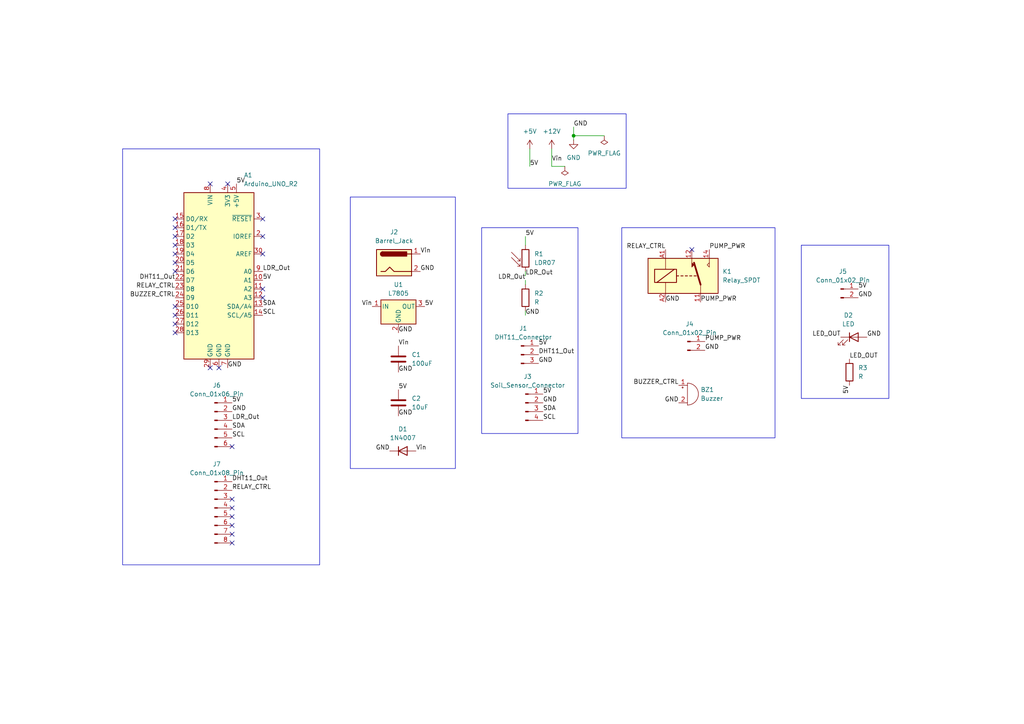
<source format=kicad_sch>
(kicad_sch (version 20250114) (generator "eeschema") (generator_version "9.0")
  (paper "A4")
  (title_block (title "Plant Monitoring System"))
  (lib_symbols
    (symbol "Connector:Barrel_Jack" (pin_names (offset 1.016))
      (property "Reference" "J" (at 0 5.334 0))
      (property "Value" "Barrel_Jack" (at 0 -5.08 0))
      (symbol "Barrel_Jack_0_1"
        (rectangle (start -5.08 3.81) (end 5.08 -3.81) (stroke (width 0.254)) (fill (type background)))
        (polyline (pts (xy -3.81 -2.54) (xy -2.54 -2.54) (xy -1.27 -1.27) (xy 0 -2.54) (xy 2.54 -2.54) (xy 5.08 -2.54)) (stroke (width 0.254)))
        (arc (start -3.302 1.905) (mid -3.9343 2.54) (end -3.302 3.175) (stroke (width 0.254)))
        (arc (start -3.302 1.905) (mid -3.9343 2.54) (end -3.302 3.175) (stroke (width 0.254)) (fill (type outline)))
        (rectangle (start 3.683 3.175) (end -3.302 1.905) (stroke (width 0.254)) (fill (type outline)))
        (polyline (pts (xy 5.08 2.54) (xy 3.81 2.54)) (stroke (width 0.254)))
      )
      (symbol "Barrel_Jack_1_1"
        (pin passive line (at 7.62 2.54 180) (length 2.54) (name "~") (number "1"))
        (pin passive line (at 7.62 -2.54 180) (length 2.54) (name "~") (number "2"))
      )
    )
    (symbol "Connector:Conn_01x02_Pin" (pin_names (offset 1.016) (hide yes))
      (property "Reference" "J" (at 0 2.54 0))
      (property "Value" "Conn_01x02_Pin" (at 0 -5.08 0))
      (symbol "Conn_01x02_Pin_1_1"
        (rectangle (start 0.8636 0.127) (end 0 -0.127) (stroke (width 0.1524)) (fill (type outline)))
        (rectangle (start 0.8636 -2.413) (end 0 -2.667) (stroke (width 0.1524)) (fill (type outline)))
        (polyline (pts (xy 1.27 0) (xy 0.8636 0)) (stroke (width 0.1524)))
        (polyline (pts (xy 1.27 -2.54) (xy 0.8636 -2.54)) (stroke (width 0.1524)))
        (pin passive line (at 5.08 0 180) (length 3.81) (name "Pin_1") (number "1"))
        (pin passive line (at 5.08 -2.54 180) (length 3.81) (name "Pin_2") (number "2"))
      )
    )
    (symbol "Connector:Conn_01x03_Pin" (pin_names (offset 1.016) (hide yes))
      (property "Reference" "J" (at 0 5.08 0))
      (property "Value" "Conn_01x03_Pin" (at 0 -5.08 0))
      (symbol "Conn_01x03_Pin_1_1"
        (rectangle (start 0.8636 2.667) (end 0 2.413) (stroke (width 0.1524)) (fill (type outline)))
        (rectangle (start 0.8636 0.127) (end 0 -0.127) (stroke (width 0.1524)) (fill (type outline)))
        (rectangle (start 0.8636 -2.413) (end 0 -2.667) (stroke (width 0.1524)) (fill (type outline)))
        (polyline (pts (xy 1.27 2.54) (xy 0.8636 2.54)) (stroke (width 0.1524)))
        (polyline (pts (xy 1.27 0) (xy 0.8636 0)) (stroke (width 0.1524)))
        (polyline (pts (xy 1.27 -2.54) (xy 0.8636 -2.54)) (stroke (width 0.1524)))
        (pin passive line (at 5.08 2.54 180) (length 3.81) (name "Pin_1") (number "1"))
        (pin passive line (at 5.08 0 180) (length 3.81) (name "Pin_2") (number "2"))
        (pin passive line (at 5.08 -2.54 180) (length 3.81) (name "Pin_3") (number "3"))
      )
    )
    (symbol "Connector:Conn_01x04_Pin" (pin_names (offset 1.016) (hide yes))
      (property "Reference" "J" (at 0 5.08 0))
      (property "Value" "Conn_01x04_Pin" (at 0 -7.62 0))
      (symbol "Conn_01x04_Pin_1_1"
        (rectangle (start 0.8636 2.667) (end 0 2.413) (stroke (width 0.1524)) (fill (type outline)))
        (rectangle (start 0.8636 0.127) (end 0 -0.127) (stroke (width 0.1524)) (fill (type outline)))
        (rectangle (start 0.8636 -2.413) (end 0 -2.667) (stroke (width 0.1524)) (fill (type outline)))
        (rectangle (start 0.8636 -4.953) (end 0 -5.207) (stroke (width 0.1524)) (fill (type outline)))
        (polyline (pts (xy 1.27 2.54) (xy 0.8636 2.54)) (stroke (width 0.1524)))
        (polyline (pts (xy 1.27 0) (xy 0.8636 0)) (stroke (width 0.1524)))
        (polyline (pts (xy 1.27 -2.54) (xy 0.8636 -2.54)) (stroke (width 0.1524)))
        (polyline (pts (xy 1.27 -5.08) (xy 0.8636 -5.08)) (stroke (width 0.1524)))
        (pin passive line (at 5.08 2.54 180) (length 3.81) (name "Pin_1") (number "1"))
        (pin passive line (at 5.08 0 180) (length 3.81) (name "Pin_2") (number "2"))
        (pin passive line (at 5.08 -2.54 180) (length 3.81) (name "Pin_3") (number "3"))
        (pin passive line (at 5.08 -5.08 180) (length 3.81) (name "Pin_4") (number "4"))
      )
    )
    (symbol "Connector:Conn_01x06_Pin" (pin_names (offset 1.016) (hide yes))
      (property "Reference" "J" (at 0 7.62 0))
      (property "Value" "Conn_01x06_Pin" (at 0 -10.16 0))
      (symbol "Conn_01x06_Pin_1_1"
        (rectangle (start 0.8636 5.207) (end 0 4.953) (stroke (width 0.1524)) (fill (type outline)))
        (rectangle (start 0.8636 2.667) (end 0 2.413) (stroke (width 0.1524)) (fill (type outline)))
        (rectangle (start 0.8636 0.127) (end 0 -0.127) (stroke (width 0.1524)) (fill (type outline)))
        (rectangle (start 0.8636 -2.413) (end 0 -2.667) (stroke (width 0.1524)) (fill (type outline)))
        (rectangle (start 0.8636 -4.953) (end 0 -5.207) (stroke (width 0.1524)) (fill (type outline)))
        (rectangle (start 0.8636 -7.493) (end 0 -7.747) (stroke (width 0.1524)) (fill (type outline)))
        (polyline (pts (xy 1.27 5.08) (xy 0.8636 5.08)) (stroke (width 0.1524)))
        (polyline (pts (xy 1.27 2.54) (xy 0.8636 2.54)) (stroke (width 0.1524)))
        (polyline (pts (xy 1.27 0) (xy 0.8636 0)) (stroke (width 0.1524)))
        (polyline (pts (xy 1.27 -2.54) (xy 0.8636 -2.54)) (stroke (width 0.1524)))
        (polyline (pts (xy 1.27 -5.08) (xy 0.8636 -5.08)) (stroke (width 0.1524)))
        (polyline (pts (xy 1.27 -7.62) (xy 0.8636 -7.62)) (stroke (width 0.1524)))
        (pin passive line (at 5.08 5.08 180) (length 3.81) (name "Pin_1") (number "1"))
        (pin passive line (at 5.08 2.54 180) (length 3.81) (name "Pin_2") (number "2"))
        (pin passive line (at 5.08 0 180) (length 3.81) (name "Pin_3") (number "3"))
        (pin passive line (at 5.08 -2.54 180) (length 3.81) (name "Pin_4") (number "4"))
        (pin passive line (at 5.08 -5.08 180) (length 3.81) (name "Pin_5") (number "5"))
        (pin passive line (at 5.08 -7.62 180) (length 3.81) (name "Pin_6") (number "6"))
      )
    )
    (symbol "Connector:Conn_01x08_Pin" (pin_names (offset 1.016) (hide yes))
      (property "Reference" "J" (at 0 10.16 0))
      (property "Value" "Conn_01x08_Pin" (at 0 -12.7 0))
      (symbol "Conn_01x08_Pin_1_1"
        (rectangle (start 0.8636 7.747) (end 0 7.493) (stroke (width 0.1524)) (fill (type outline)))
        (rectangle (start 0.8636 5.207) (end 0 4.953) (stroke (width 0.1524)) (fill (type outline)))
        (rectangle (start 0.8636 2.667) (end 0 2.413) (stroke (width 0.1524)) (fill (type outline)))
        (rectangle (start 0.8636 0.127) (end 0 -0.127) (stroke (width 0.1524)) (fill (type outline)))
        (rectangle (start 0.8636 -2.413) (end 0 -2.667) (stroke (width 0.1524)) (fill (type outline)))
        (rectangle (start 0.8636 -4.953) (end 0 -5.207) (stroke (width 0.1524)) (fill (type outline)))
        (rectangle (start 0.8636 -7.493) (end 0 -7.747) (stroke (width 0.1524)) (fill (type outline)))
        (rectangle (start 0.8636 -10.033) (end 0 -10.287) (stroke (width 0.1524)) (fill (type outline)))
        (polyline (pts (xy 1.27 7.62) (xy 0.8636 7.62)) (stroke (width 0.1524)))
        (polyline (pts (xy 1.27 5.08) (xy 0.8636 5.08)) (stroke (width 0.1524)))
        (polyline (pts (xy 1.27 2.54) (xy 0.8636 2.54)) (stroke (width 0.1524)))
        (polyline (pts (xy 1.27 0) (xy 0.8636 0)) (stroke (width 0.1524)))
        (polyline (pts (xy 1.27 -2.54) (xy 0.8636 -2.54)) (stroke (width 0.1524)))
        (polyline (pts (xy 1.27 -5.08) (xy 0.8636 -5.08)) (stroke (width 0.1524)))
        (polyline (pts (xy 1.27 -7.62) (xy 0.8636 -7.62)) (stroke (width 0.1524)))
        (polyline (pts (xy 1.27 -10.16) (xy 0.8636 -10.16)) (stroke (width 0.1524)))
        (pin passive line (at 5.08 7.62 180) (length 3.81) (name "Pin_1") (number "1"))
        (pin passive line (at 5.08 5.08 180) (length 3.81) (name "Pin_2") (number "2"))
        (pin passive line (at 5.08 2.54 180) (length 3.81) (name "Pin_3") (number "3"))
        (pin passive line (at 5.08 0 180) (length 3.81) (name "Pin_4") (number "4"))
        (pin passive line (at 5.08 -2.54 180) (length 3.81) (name "Pin_5") (number "5"))
        (pin passive line (at 5.08 -5.08 180) (length 3.81) (name "Pin_6") (number "6"))
        (pin passive line (at 5.08 -7.62 180) (length 3.81) (name "Pin_7") (number "7"))
        (pin passive line (at 5.08 -10.16 180) (length 3.81) (name "Pin_8") (number "8"))
      )
    )
    (symbol "Device:Buzzer" (pin_names (offset 0.0254) (hide yes))
      (property "Reference" "BZ" (at 3.81 1.27 0))
      (property "Value" "Buzzer" (at 3.81 -1.27 0))
      (symbol "Buzzer_0_1"
        (polyline (pts (xy -1.651 1.905) (xy -1.143 1.905)))
        (polyline (pts (xy -1.397 2.159) (xy -1.397 1.651)))
        (arc (start 0 3.175) (mid 3.1612 0) (end 0 -3.175))
        (polyline (pts (xy 0 3.175) (xy 0 -3.175)))
      )
      (symbol "Buzzer_1_1"
        (pin passive line (at -2.54 2.54 0) (length 2.54) (name "+") (number "1"))
        (pin passive line (at -2.54 -2.54 0) (length 2.54) (name "-") (number "2"))
      )
    )
    (symbol "Device:C" (pin_numbers (hide yes)) (pin_names (offset 0.254))
      (property "Reference" "C" (at 0.635 2.54 0))
      (property "Value" "C" (at 0.635 -2.54 0))
      (symbol "C_0_1"
        (polyline (pts (xy -2.032 0.762) (xy 2.032 0.762)) (stroke (width 0.508)))
        (polyline (pts (xy -2.032 -0.762) (xy 2.032 -0.762)) (stroke (width 0.508)))
      )
      (symbol "C_1_1"
        (pin passive line (at 0 3.81 270) (length 2.794) (name "~") (number "1"))
        (pin passive line (at 0 -3.81 90) (length 2.794) (name "~") (number "2"))
      )
    )
    (symbol "Device:LED" (pin_numbers (hide yes)) (pin_names (offset 1.016) (hide yes))
      (property "Reference" "D" (at 0 2.54 0))
      (property "Value" "LED" (at 0 -2.54 0))
      (symbol "LED_0_1"
        (polyline (pts (xy -3.048 -0.762) (xy -4.572 -2.286) (xy -3.81 -2.286) (xy -4.572 -2.286) (xy -4.572 -1.524)))
        (polyline (pts (xy -1.778 -0.762) (xy -3.302 -2.286) (xy -2.54 -2.286) (xy -3.302 -2.286) (xy -3.302 -1.524)))
        (polyline (pts (xy -1.27 0) (xy 1.27 0)))
        (polyline (pts (xy -1.27 -1.27) (xy -1.27 1.27)) (stroke (width 0.254)))
        (polyline (pts (xy 1.27 -1.27) (xy 1.27 1.27) (xy -1.27 0) (xy 1.27 -1.27)) (stroke (width 0.254)))
      )
      (symbol "LED_1_1"
        (pin passive line (at -3.81 0 0) (length 2.54) (name "K") (number "1"))
        (pin passive line (at 3.81 0 180) (length 2.54) (name "A") (number "2"))
      )
    )
    (symbol "Device:R" (pin_numbers (hide yes)) (pin_names (offset 0))
      (property "Reference" "R" (at 2.032 0 90))
      (property "Value" "R" (at 0 0 90))
      (symbol "R_0_1"
        (rectangle (start -1.016 -2.54) (end 1.016 2.54) (stroke (width 0.254)))
      )
      (symbol "R_1_1"
        (pin passive line (at 0 3.81 270) (length 1.27) (name "~") (number "1"))
        (pin passive line (at 0 -3.81 90) (length 1.27) (name "~") (number "2"))
      )
    )
    (symbol "Diode:1N4007" (pin_numbers (hide yes)) (pin_names (hide yes))
      (property "Reference" "D" (at 0 2.54 0))
      (property "Value" "1N4007" (at 0 -2.54 0))
      (symbol "1N4007_0_1"
        (polyline (pts (xy -1.27 1.27) (xy -1.27 -1.27)) (stroke (width 0.254)))
        (polyline (pts (xy 1.27 1.27) (xy 1.27 -1.27) (xy -1.27 0) (xy 1.27 1.27)) (stroke (width 0.254)))
        (polyline (pts (xy 1.27 0) (xy -1.27 0)))
      )
      (symbol "1N4007_1_1"
        (pin passive line (at -3.81 0 0) (length 2.54) (name "K") (number "1"))
        (pin passive line (at 3.81 0 180) (length 2.54) (name "A") (number "2"))
      )
    )
    (symbol "MCU_Module:Arduino_UNO_R2"
      (property "Reference" "A1" (at 7.2233 27.94 0))
      (property "Value" "Arduino_UNO_R2" (at 7.2233 25.4 0))
      (symbol "Arduino_UNO_R2_0_1"
        (rectangle (start -10.16 22.86) (end 10.16 -25.4) (stroke (width 0.254)) (fill (type background)))
      )
      (symbol "Arduino_UNO_R2_1_1"
        (pin bidirectional line (at -12.7 15.24 0) (length 2.54) (name "D0/RX") (number "15"))
        (pin bidirectional line (at -12.7 12.7 0) (length 2.54) (name "D1/TX") (number "16"))
        (pin bidirectional line (at -12.7 10.16 0) (length 2.54) (name "D2") (number "17"))
        (pin bidirectional line (at -12.7 7.62 0) (length 2.54) (name "D3") (number "18"))
        (pin bidirectional line (at -12.7 5.08 0) (length 2.54) (name "D4") (number "19"))
        (pin bidirectional line (at -12.7 2.54 0) (length 2.54) (name "D5") (number "20"))
        (pin bidirectional line (at -12.7 0 0) (length 2.54) (name "D6") (number "21"))
        (pin bidirectional line (at -12.7 -2.54 0) (length 2.54) (name "D7") (number "22"))
        (pin bidirectional line (at -12.7 -5.08 0) (length 2.54) (name "D8") (number "23"))
        (pin bidirectional line (at -12.7 -7.62 0) (length 2.54) (name "D9") (number "24"))
        (pin bidirectional line (at -12.7 -10.16 0) (length 2.54) (name "D10") (number "25"))
        (pin bidirectional line (at -12.7 -12.7 0) (length 2.54) (name "D11") (number "26"))
        (pin bidirectional line (at -12.7 -15.24 0) (length 2.54) (name "D12") (number "27"))
        (pin bidirectional line (at -12.7 -17.78 0) (length 2.54) (name "D13") (number "28"))
        (pin no_connect line (at -10.16 -20.32 0) (length 2.54) (hide yes) (name "NC") (number "1"))
        (pin power_in line (at -2.54 25.4 270) (length 2.54) (name "VIN") (number "8"))
        (pin power_in line (at -2.54 -27.94 90) (length 2.54) (name "GND") (number "29"))
        (pin power_in line (at 0 -27.94 90) (length 2.54) (name "GND") (number "6"))
        (pin power_out line (at 2.54 25.4 270) (length 2.54) (name "3V3") (number "4"))
        (pin power_in line (at 2.54 -27.94 90) (length 2.54) (name "GND") (number "7"))
        (pin power_in line (at 5.08 25.4 270) (length 2.54) (name "+5V") (number "5"))
        (pin input line (at 12.7 15.24 180) (length 2.54) (name "~{RESET}") (number "3"))
        (pin output line (at 12.7 10.16 180) (length 2.54) (name "IOREF") (number "2"))
        (pin input line (at 12.7 5.08 180) (length 2.54) (name "AREF") (number "30"))
        (pin bidirectional line (at 12.7 0 180) (length 2.54) (name "A0") (number "9"))
        (pin bidirectional line (at 12.7 -2.54 180) (length 2.54) (name "A1") (number "10"))
        (pin bidirectional line (at 12.7 -5.08 180) (length 2.54) (name "A2") (number "11"))
        (pin bidirectional line (at 12.7 -7.62 180) (length 2.54) (name "A3") (number "12"))
        (pin bidirectional line (at 12.7 -10.16 180) (length 2.54) (name "SDA/A4") (number "13"))
        (pin bidirectional line (at 12.7 -12.7 180) (length 2.54) (name "SCL/A5") (number "14"))
      )
    )
    (symbol "Regulator_Linear:L7805" (pin_names (offset 0.254))
      (property "Reference" "U" (at -3.81 3.175 0))
      (property "Value" "L7805" (at 0 3.175 0))
      (symbol "L7805_0_1"
        (rectangle (start -5.08 1.905) (end 5.08 -5.08) (stroke (width 0.254)) (fill (type background)))
      )
      (symbol "L7805_1_1"
        (pin power_in line (at -7.62 0 0) (length 2.54) (name "IN") (number "1"))
        (pin power_in line (at 0 -7.62 90) (length 2.54) (name "GND") (number "2"))
        (pin power_out line (at 7.62 0 180) (length 2.54) (name "OUT") (number "3"))
      )
    )
    (symbol "Relay:Relay_SPDT"
      (property "Reference" "K" (at 11.43 3.81 0))
      (property "Value" "Relay_SPDT" (at 11.43 1.27 0))
      (symbol "Relay_SPDT_0_0"
        (polyline (pts (xy 7.62 5.08) (xy 7.62 2.54) (xy 6.985 3.175) (xy 7.62 3.81)))
      )
      (symbol "Relay_SPDT_0_1"
        (rectangle (start -10.16 5.08) (end 10.16 -5.08) (stroke (width 0.254)) (fill (type background)))
        (rectangle (start -8.255 1.905) (end -1.905 -1.905) (stroke (width 0.254)))
        (polyline (pts (xy -7.62 -1.905) (xy -2.54 1.905)) (stroke (width 0.254)))
        (polyline (pts (xy -5.08 5.08) (xy -5.08 1.905)))
        (polyline (pts (xy -5.08 -5.08) (xy -5.08 -1.905)))
        (polyline (pts (xy -1.905 0) (xy -1.27 0)) (stroke (width 0.254)))
        (polyline (pts (xy -0.635 0) (xy 0 0)) (stroke (width 0.254)))
        (polyline (pts (xy 0.635 0) (xy 1.27 0)) (stroke (width 0.254)))
        (polyline (pts (xy 1.905 0) (xy 2.54 0)) (stroke (width 0.254)))
        (polyline (pts (xy 2.54 5.08) (xy 2.54 2.54) (xy 3.175 3.175) (xy 2.54 3.81)) (fill (type outline)))
        (polyline (pts (xy 3.175 0) (xy 3.81 0)) (stroke (width 0.254)))
        (polyline (pts (xy 5.08 -2.54) (xy 3.175 3.81)) (stroke (width 0.508)))
        (polyline (pts (xy 5.08 -2.54) (xy 5.08 -5.08)))
      )
      (symbol "Relay_SPDT_1_1"
        (pin passive line (at -5.08 7.62 270) (length 2.54) (name "~") (number "A1"))
        (pin passive line (at -5.08 -7.62 90) (length 2.54) (name "~") (number "A2"))
        (pin passive line (at 2.54 7.62 270) (length 2.54) (name "~") (number "12"))
        (pin passive line (at 5.08 -7.62 90) (length 2.54) (name "~") (number "11"))
        (pin passive line (at 7.62 7.62 270) (length 2.54) (name "~") (number "14"))
      )
    )
    (symbol "Sensor_Optical:LDR07" (pin_numbers (hide yes)) (pin_names (offset 0))
      (property "Reference" "R" (at -5.08 0 90))
      (property "Value" "LDR07" (at 1.905 0 90))
      (symbol "LDR07_0_1"
        (polyline (pts (xy -1.524 -0.762) (xy -4.064 1.778)))
        (polyline (pts (xy -1.524 -0.762) (xy -2.286 -0.762)))
        (polyline (pts (xy -1.524 -0.762) (xy -1.524 0)))
        (polyline (pts (xy -1.524 -2.286) (xy -4.064 0.254)))
        (polyline (pts (xy -1.524 -2.286) (xy -2.286 -2.286)))
        (polyline (pts (xy -1.524 -2.286) (xy -1.524 -1.524)))
        (rectangle (start -1.016 2.54) (end 1.016 -2.54) (stroke (width 0.254)))
      )
      (symbol "LDR07_1_1"
        (pin passive line (at 0 3.81 270) (length 1.27) (name "~") (number "1"))
        (pin passive line (at 0 -3.81 90) (length 1.27) (name "~") (number "2"))
      )
    )
    (symbol "power:+12V" (power) (pin_numbers (hide yes)) (pin_names (offset 0) (hide yes))
      (property "Value" "+12V" (at 0 3.556 0))
      (symbol "+12V_0_1"
        (polyline (pts (xy -0.762 1.27) (xy 0 2.54)))
        (polyline (pts (xy 0 2.54) (xy 0.762 1.27)))
        (polyline (pts (xy 0 0) (xy 0 2.54)))
      )
      (symbol "+12V_1_1"
        (pin power_in line (at 0 0 90) (length 0) (name "~") (number "1"))
      )
    )
    (symbol "power:+5V" (power) (pin_numbers (hide yes)) (pin_names (offset 0) (hide yes))
      (property "Value" "+5V" (at 0 3.556 0))
      (symbol "+5V_0_1"
        (polyline (pts (xy -0.762 1.27) (xy 0 2.54)))
        (polyline (pts (xy 0 2.54) (xy 0.762 1.27)))
        (polyline (pts (xy 0 0) (xy 0 2.54)))
      )
      (symbol "+5V_1_1"
        (pin power_in line (at 0 0 90) (length 0) (name "~") (number "1"))
      )
    )
    (symbol "power:GND" (power) (pin_numbers (hide yes)) (pin_names (offset 0) (hide yes))
      (property "Value" "GND" (at 0 -3.81 0))
      (symbol "GND_0_1"
        (polyline (pts (xy 0 0) (xy 0 -1.27) (xy 1.27 -1.27) (xy 0 -2.54) (xy -1.27 -1.27) (xy 0 -1.27)))
      )
      (symbol "GND_1_1"
        (pin power_in line (at 0 0 270) (length 0) (name "~") (number "1"))
      )
    )
    (symbol "power:PWR_FLAG" (power) (pin_numbers (hide yes)) (pin_names (offset 0) (hide yes))
      (property "Value" "PWR_FLAG" (at 0 3.81 0))
      (symbol "PWR_FLAG_0_0"
        (pin power_out line (at 0 0 90) (length 0) (name "~") (number "1"))
      )
      (symbol "PWR_FLAG_0_1"
        (polyline (pts (xy 0 0) (xy 0 1.27) (xy -1.016 1.905) (xy 0 2.54) (xy 1.016 1.905) (xy 0 1.27)))
      )
    )
  )
  (rectangle (start 35.56 43.18) (end 92.71 163.83))
  (rectangle (start 232.41 71.12) (end 257.81 115.57))
  (rectangle (start 147.32 33.02) (end 181.61 54.61))
  (rectangle (start 180.34 66.04) (end 224.79 127))
  (rectangle (start 139.7 66.04) (end 167.64 125.73))
  (rectangle (start 101.6 57.15) (end 132.08 135.89))
  (junction (at 166.37 39.37))
  (no_connect (at 76.2 83.82))
  (no_connect (at 76.2 63.5))
  (no_connect (at 67.31 152.4))
  (no_connect (at 76.2 86.36))
  (no_connect (at 67.31 157.48))
  (no_connect (at 50.8 88.9))
  (no_connect (at 60.96 106.68))
  (no_connect (at 66.04 53.34))
  (no_connect (at 67.31 144.78))
  (no_connect (at 50.8 91.44))
  (no_connect (at 50.8 63.5))
  (no_connect (at 76.2 68.58))
  (no_connect (at 60.96 53.34))
  (no_connect (at 67.31 147.32))
  (no_connect (at 50.8 78.74))
  (no_connect (at 50.8 76.2))
  (no_connect (at 76.2 73.66))
  (no_connect (at 67.31 154.94))
  (no_connect (at 200.66 72.39))
  (no_connect (at 63.5 106.68))
  (no_connect (at 67.31 149.86))
  (no_connect (at 67.31 129.54))
  (no_connect (at 50.8 68.58))
  (no_connect (at 50.8 66.04))
  (no_connect (at 50.8 73.66))
  (no_connect (at 50.8 93.98))
  (no_connect (at 50.8 96.52))
  (no_connect (at 50.8 71.12))
  (wire (pts (xy 152.4 81.28) (xy 152.4 82.55)))
  (wire (pts (xy 166.37 36.83) (xy 166.37 39.37)))
  (wire (pts (xy 153.67 43.18) (xy 153.67 48.26)))
  (wire (pts (xy 166.37 39.37) (xy 175.26 39.37)))
  (wire (pts (xy 163.83 48.26) (xy 160.02 48.26)))
  (wire (pts (xy 152.4 78.74) (xy 152.4 80.01)))
  (wire (pts (xy 166.37 39.37) (xy 166.37 40.64)))
  (wire (pts (xy 152.4 68.58) (xy 152.4 71.12)))
  (wire (pts (xy 160.02 43.18) (xy 160.02 48.26)))
  (wire (pts (xy 152.4 90.17) (xy 152.4 91.44)))
  (label "BUZZER_CTRL" (at 196.85 111.76 180))
  (label "SDA" (at 67.31 124.46 0))
  (label "GND" (at 113.03 130.81 180))
  (label "GND" (at 166.37 36.83 0))
  (label "Vin" (at 121.92 73.66 0))
  (label "5V" (at 156.21 100.33 0))
  (label "GND" (at 157.48 116.84 0))
  (label "GND" (at 193.04 87.63 0))
  (label "SCL" (at 76.2 91.44 0))
  (label "LED_OUT" (at 243.84 97.79 180))
  (label "GND" (at 196.85 116.84 180))
  (label "5V" (at 123.19 88.9 0))
  (label "GND" (at 152.4 91.44 0))
  (label "SDA" (at 76.2 88.9 0))
  (label "LDR_Out" (at 76.2 78.74 0))
  (label "5V" (at 152.4 68.58 0))
  (label "5V" (at 68.58 53.34 0))
  (label "RELAY_CTRL" (at 193.04 72.39 180))
  (label "Vin" (at 115.57 100.33 0))
  (label "5V" (at 246.38 111.76 270))
  (label "PUMP_PWR" (at 203.2 87.63 0))
  (label "DHT11_Out" (at 67.31 139.7 0))
  (label "GND" (at 115.57 107.95 0))
  (label "LED_OUT" (at 246.38 104.14 0))
  (label "SDA" (at 157.48 119.38 0))
  (label "BUZZER_CTRL" (at 50.8 86.36 180))
  (label "Vin" (at 120.65 130.81 0))
  (label "DHT11_Out" (at 50.8 81.28 180))
  (label "5V" (at 157.48 114.3 0))
  (label "Vin" (at 160.02 46.99 0))
  (label "GND" (at 115.57 120.65 0))
  (label "GND" (at 251.46 97.79 0))
  (label "5V" (at 115.57 113.03 0))
  (label "PUMP_PWR" (at 205.74 72.39 0))
  (label "GND" (at 67.31 119.38 0))
  (label "5V" (at 76.2 81.28 0))
  (label "GND" (at 66.04 106.68 0))
  (label "Vin" (at 107.95 88.9 180))
  (label "SCL" (at 67.31 127 0))
  (label "RELAY_CTRL" (at 50.8 83.82 180))
  (label "LDR_Out" (at 152.4 81.28 180))
  (label "5V" (at 67.31 116.84 0))
  (label "5V" (at 153.67 48.26 0))
  (label "5V" (at 248.92 83.82 0))
  (label "LDR_Out" (at 67.31 121.92 0))
  (label "GND" (at 248.92 86.36 0))
  (label "GND" (at 156.21 105.41 0))
  (label "RELAY_CTRL" (at 67.31 142.24 0))
  (label "DHT11_Out" (at 156.21 102.87 0))
  (label "SCL" (at 157.48 121.92 0))
  (label "GND" (at 204.47 101.6 0))
  (label "PUMP_PWR" (at 204.47 99.06 0))
  (label "LDR_Out" (at 152.4 80.01 0))
  (label "GND" (at 121.92 78.74 0))
  (label "GND" (at 115.57 96.52 0))
  (symbol (lib_id "Relay:Relay_SPDT") (at 198.12 80.01 0) (unit 1)
    (property "Reference" "K1" (at 209.55 78.7399 0) (effects (justify left)))
    (property "Value" "Relay_SPDT" (at 209.55 81.2799 0) (effects (justify left)))
    (property "Footprint" "Relay_THT:Relay_SPDT_Finder_34.51_Horizontal" (effects (hide yes)))
    (property "Description" "Relay SPDT, monostable, EN50005" (effects (hide yes)))
  )
  (symbol (lib_id "Connector:Conn_01x02_Pin") (at 243.84 83.82 0) (unit 1)
    (property "Reference" "J5" (at 244.475 78.74 0))
    (property "Value" "Conn_01x02_Pin" (at 244.475 81.28 0))
    (property "Footprint" "Connector_PinHeader_2.54mm:PinHeader_1x02_P2.54mm_Vertical" (effects (hide yes)))
    (property "Description" "Generic connector, single row, 01x02, script generated" (effects (hide yes)))
  )
  (symbol (lib_id "Device:C") (at 115.57 116.84 0) (unit 1)
    (property "Reference" "C2" (at 119.38 115.5699 0) (effects (justify left)))
    (property "Value" "10uF" (at 119.38 118.1099 0) (effects (justify left)))
    (property "Footprint" "Capacitor_THT:C_Radial_D4.0mm_H5.0mm_P1.50mm" (effects (hide yes)))
    (property "Description" "Unpolarized capacitor" (effects (hide yes)))
  )
  (symbol (lib_id "Regulator_Linear:L7805") (at 115.57 88.9 0) (unit 1)
    (property "Reference" "U1" (at 115.57 82.55 0))
    (property "Value" "L7805" (at 115.57 85.09 0))
    (property "Footprint" "Package_TO_SOT_THT:TO-220-3_Vertical" (effects (hide yes)))
    (property "Datasheet" "http://www.st.com/content/ccc/resource/technical/document/datasheet/41/4f/b3/b0/12/d4/47/88/CD00000444.pdf/files/CD00000444.pdf/jcr:content/translations/en.CD00000444.pdf" (effects (hide yes)))
    (property "Description" "Positive 1.5A 35V Linear Regulator, Fixed Output 5V, TO-220/TO-263/TO-252" (effects (hide yes)))
  )
  (symbol (lib_id "Connector:Conn_01x08_Pin") (at 62.23 147.32 0) (unit 1)
    (property "Reference" "J7" (at 62.865 134.62 0))
    (property "Value" "Conn_01x08_Pin" (at 62.865 137.16 0))
    (property "Footprint" "Connector_PinHeader_2.54mm:PinHeader_1x08_P2.54mm_Vertical" (effects (hide yes)))
    (property "Description" "Generic connector, single row, 01x08, script generated" (effects (hide yes)))
  )
  (symbol (lib_id "Sensor_Optical:LDR07") (at 152.4 74.93 0) (unit 1)
    (property "Reference" "R1" (at 154.94 73.6599 0) (effects (justify left)))
    (property "Value" "LDR07" (at 154.94 76.1999 0) (effects (justify left)))
    (property "Footprint" "OptoDevice:R_LDR_5.1x4.3mm_P3.4mm_Vertical" (effects (hide yes)))
    (property "Datasheet" "http://www.tme.eu/de/Document/f2e3ad76a925811312d226c31da4cd7e/LDR07.pdf" (effects (hide yes)))
    (property "Description" "light dependent resistor" (effects (hide yes)))
  )
  (symbol (lib_id "Device:LED") (at 247.65 97.79 0) (unit 1)
    (property "Reference" "D2" (at 246.0625 91.44 0))
    (property "Value" "LED" (at 246.0625 93.98 0))
    (property "Footprint" "LED_THT:LED_D3.0mm" (effects (hide yes)))
    (property "Description" "Light emitting diode" (effects (hide yes)))
    (property "Sim.Pins" "1=K 2=A" (effects (hide yes)))
  )
  (symbol (lib_id "power:+5V") (at 153.67 43.18 0) (unit 1)
    (property "Reference" "#PWR01" (effects (hide yes)))
    (property "Value" "+5V" (at 153.67 38.1 0))
    (property "Description" "Power symbol creates a global label with name \"+5V\"" (effects (hide yes)))
  )
  (symbol (lib_id "Device:R") (at 152.4 86.36 0) (unit 1)
    (property "Reference" "R2" (at 154.94 85.0899 0) (effects (justify left)))
    (property "Value" "R" (at 154.94 87.6299 0) (effects (justify left)))
    (property "Footprint" "Resistor_THT:R_Axial_DIN0207_L6.3mm_D2.5mm_P7.62mm_Horizontal" (effects (hide yes)))
    (property "Description" "Resistor" (effects (hide yes)))
  )
  (symbol (lib_id "Device:Buzzer") (at 199.39 114.3 0) (unit 1)
    (property "Reference" "BZ1" (at 203.2 113.0299 0) (effects (justify left)))
    (property "Value" "Buzzer" (at 203.2 115.5699 0) (effects (justify left)))
    (property "Footprint" "Buzzer_Beeper:Buzzer_D14mm_H7mm_P10mm" (effects (hide yes)))
    (property "Description" "Buzzer, polarized" (effects (hide yes)))
  )
  (symbol (lib_id "Connector:Conn_01x04_Pin") (at 152.4 116.84 0) (unit 1)
    (property "Reference" "J3" (at 153.035 109.22 0))
    (property "Value" "Soil_Sensor_Connector" (at 153.035 111.76 0))
    (property "Footprint" "Connector_PinHeader_2.54mm:PinHeader_1x04_P2.54mm_Vertical" (effects (hide yes)))
    (property "Description" "Generic connector, single row, 01x04, script generated" (effects (hide yes)))
  )
  (symbol (lib_id "power:PWR_FLAG") (at 163.83 48.26 180) (unit 1)
    (property "Reference" "#FLG02" (effects (hide yes)))
    (property "Value" "PWR_FLAG" (at 163.83 53.34 0))
    (property "Description" "Special symbol for telling ERC where power comes from" (effects (hide yes)))
  )
  (symbol (lib_id "MCU_Module:Arduino_UNO_R2") (at 63.5 78.74 0) (unit 1)
    (property "Reference" "A1" (at 70.7233 50.8 0) (effects (justify left)))
    (property "Value" "Arduino_UNO_R2" (at 70.7233 53.34 0) (effects (justify left)))
    (property "Footprint" "Module:Arduino_UNO_R2" (effects (hide yes)))
    (property "Datasheet" "https://www.arduino.cc/en/Main/arduinoBoardUno" (effects (hide yes)))
    (property "Description" "Arduino UNO Microcontroller Module, release 2" (effects (hide yes)))
  )
  (symbol (lib_id "power:GND") (at 166.37 40.64 0) (unit 1)
    (property "Reference" "#PWR02" (effects (hide yes)))
    (property "Value" "GND" (at 166.37 45.72 0))
    (property "Description" "Power symbol creates a global label with name \"GND\" , ground" (effects (hide yes)))
  )
  (symbol (lib_id "Connector:Conn_01x06_Pin") (at 62.23 121.92 0) (unit 1)
    (property "Reference" "J6" (at 62.865 111.76 0))
    (property "Value" "Conn_01x06_Pin" (at 62.865 114.3 0))
    (property "Footprint" "Connector_PinHeader_2.54mm:PinHeader_1x06_P2.54mm_Vertical" (effects (hide yes)))
    (property "Description" "Generic connector, single row, 01x06, script generated" (effects (hide yes)))
  )
  (symbol (lib_id "Connector:Barrel_Jack") (at 114.3 76.2 0) (unit 1)
    (property "Reference" "J2" (at 114.3 67.31 0))
    (property "Value" "Barrel_Jack" (at 114.3 69.85 0))
    (property "Footprint" "Connector_BarrelJack:BarrelJack_Horizontal" (effects (hide yes)))
    (property "Description" "DC Barrel Jack" (effects (hide yes)))
  )
  (symbol (lib_id "Connector:Conn_01x02_Pin") (at 199.39 99.06 0) (unit 1)
    (property "Reference" "J4" (at 200.025 93.98 0))
    (property "Value" "Conn_01x02_Pin" (at 200.025 96.52 0))
    (property "Footprint" "Connector_PinHeader_2.54mm:PinHeader_1x02_P2.54mm_Vertical" (effects (hide yes)))
    (property "Description" "Generic connector, single row, 01x02, script generated" (effects (hide yes)))
  )
  (symbol (lib_id "Connector:Conn_01x03_Pin") (at 151.13 102.87 0) (unit 1)
    (property "Reference" "J1" (at 151.765 95.25 0))
    (property "Value" "DHT11_Connector" (at 151.765 97.79 0))
    (property "Footprint" "Connector_PinHeader_2.54mm:PinHeader_1x03_P2.54mm_Vertical" (effects (hide yes)))
    (property "Description" "Generic connector, single row, 01x03, script generated" (effects (hide yes)))
  )
  (symbol (lib_id "Device:C") (at 115.57 104.14 0) (unit 1)
    (property "Reference" "C1" (at 119.38 102.8699 0) (effects (justify left)))
    (property "Value" "100uF" (at 119.38 105.4099 0) (effects (justify left)))
    (property "Footprint" "Capacitor_THT:C_Radial_D5.0mm_H11.0mm_P2.00mm" (effects (hide yes)))
    (property "Description" "Unpolarized capacitor" (effects (hide yes)))
  )
  (symbol (lib_id "power:+12V") (at 160.02 43.18 0) (unit 1)
    (property "Reference" "#PWR03" (effects (hide yes)))
    (property "Value" "+12V" (at 160.02 38.1 0))
    (property "Description" "Power symbol creates a global label with name \"+12V\"" (effects (hide yes)))
  )
  (symbol (lib_id "Device:R") (at 246.38 107.95 0) (unit 1)
    (property "Reference" "R3" (at 248.92 106.6799 0) (effects (justify left)))
    (property "Value" "R" (at 248.92 109.2199 0) (effects (justify left)))
    (property "Footprint" "Resistor_THT:R_Axial_DIN0207_L6.3mm_D2.5mm_P7.62mm_Horizontal" (effects (hide yes)))
    (property "Description" "Resistor" (effects (hide yes)))
  )
  (symbol (lib_id "Diode:1N4007") (at 116.84 130.81 0) (unit 1)
    (property "Reference" "D1" (at 116.84 124.46 0))
    (property "Value" "1N4007" (at 116.84 127 0))
    (property "Footprint" "Diode_THT:D_DO-41_SOD81_P10.16mm_Horizontal" (effects (hide yes)))
    (property "Datasheet" "http://www.vishay.com/docs/88503/1n4001.pdf" (effects (hide yes)))
    (property "Description" "1000V 1A General Purpose Rectifier Diode, DO-41" (effects (hide yes)))
    (property "Sim.Device" "D" (effects (hide yes)))
    (property "Sim.Pins" "1=K 2=A" (effects (hide yes)))
  )
  (symbol (lib_id "power:PWR_FLAG") (at 175.26 39.37 180) (unit 1)
    (property "Reference" "#FLG03" (effects (hide yes)))
    (property "Value" "PWR_FLAG" (at 175.26 44.45 0))
    (property "Description" "Special symbol for telling ERC where power comes from" (effects (hide yes)))
  )
)
</source>
